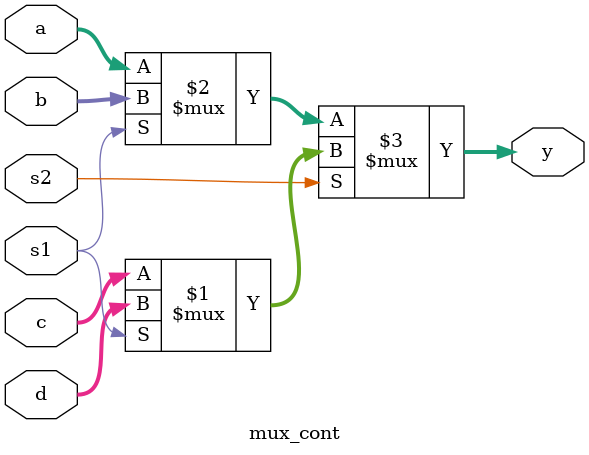
<source format=v>
`timescale 1ns / 1ps


module mux_cont(
    input [3:0] a,
    input [3:0] b,
    input [3:0] c,
    input [3:0] d,
    input s1,
    input s2,
    output [3:0] y
    );
    assign y = (s2)?(s1?d:c):(s1?b:a);
endmodule

</source>
